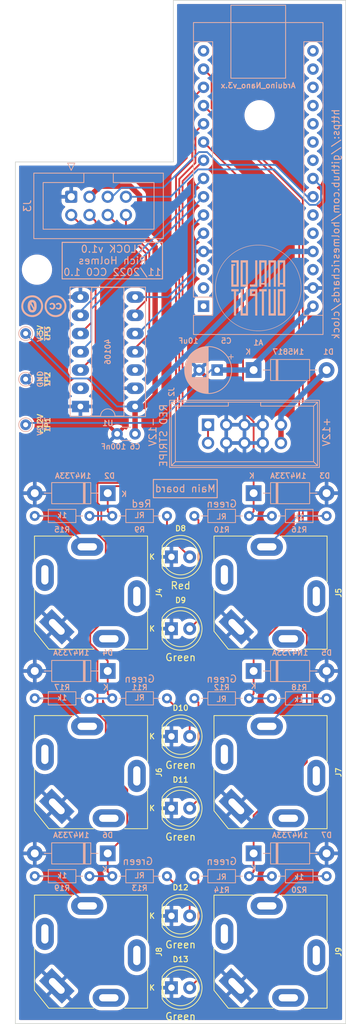
<source format=kicad_pcb>
(kicad_pcb (version 20211014) (generator pcbnew)
  (layers (0 "F.Cu" signal) (31 "B.Cu" signal) (34 "B.Paste" user) (35 "F.Paste" user) (36 "B.SilkS" user "B.Silkscreen") (37 "F.SilkS" user "F.Silkscreen") (38 "B.Mask" user) (39 "F.Mask" user) (44 "Edge.Cuts" user))
  (net 0 "")
  (net 1 "Board_0-+12V")
  (net 2 "Board_0-+5V")
  (net 3 "Board_0-/+12_IN")
  (net 4 "Board_0-/BEAT")
  (net 5 "Board_0-/BEAT_J")
  (net 6 "Board_0-/BEAT_L")
  (net 7 "Board_0-/CLK_J")
  (net 8 "Board_0-/CLK_L")
  (net 9 "Board_0-/CLOCK")
  (net 10 "Board_0-/DIV_2")
  (net 11 "Board_0-/DIV_2_J")
  (net 12 "Board_0-/DIV_2_L")
  (net 13 "Board_0-/DIV_4")
  (net 14 "Board_0-/DIV_4_J")
  (net 15 "Board_0-/DIV_4_L")
  (net 16 "Board_0-/DIV_8")
  (net 17 "Board_0-/DIV_8_J")
  (net 18 "Board_0-/DIV_8_L")
  (net 19 "Board_0-/DIV_N")
  (net 20 "Board_0-/DIV_N_J")
  (net 21 "Board_0-/DIV_N_L")
  (net 22 "Board_0-/ENC_A")
  (net 23 "Board_0-/ENC_A_JB")
  (net 24 "Board_0-/ENC_B")
  (net 25 "Board_0-/ENC_B_JB")
  (net 26 "Board_0-/ENC_PUSH")
  (net 27 "Board_0-/ENC_PUSH_JB")
  (net 28 "Board_0-/SCL")
  (net 29 "Board_0-/SDA")
  (net 30 "Board_0-/TACT")
  (net 31 "Board_0-/TACT_JB")
  (net 32 "Board_0-GND")
  (net 33 "Board_0-Net-(J2-Pad1)")
  (net 34 "Board_0-unconnected-(A1-Pad1)")
  (net 35 "Board_0-unconnected-(A1-Pad15)")
  (net 36 "Board_0-unconnected-(A1-Pad16)")
  (net 37 "Board_0-unconnected-(A1-Pad17)")
  (net 38 "Board_0-unconnected-(A1-Pad18)")
  (net 39 "Board_0-unconnected-(A1-Pad19)")
  (net 40 "Board_0-unconnected-(A1-Pad2)")
  (net 41 "Board_0-unconnected-(A1-Pad20)")
  (net 42 "Board_0-unconnected-(A1-Pad21)")
  (net 43 "Board_0-unconnected-(A1-Pad22)")
  (net 44 "Board_0-unconnected-(A1-Pad25)")
  (net 45 "Board_0-unconnected-(A1-Pad26)")
  (net 46 "Board_0-unconnected-(A1-Pad28)")
  (net 47 "Board_0-unconnected-(A1-Pad3)")
  (net 48 "Board_0-unconnected-(U1-Pad12)")
  (net 49 "Board_0-unconnected-(U1-Pad2)")
  (footprint "ao_tht:LED_D5.0mm" (layer "F.Cu") (at 36.725 152.5)
    (fp_text reference "D13" (at 1.27 -3.96 unlocked) (layer "F.SilkS") (effects (font (size 0.75 0.75))))
    (fp_text value "LED_green")
    (fp_text user "K" (at -2.7 0 unlocked) (layer "F.SilkS") (effects (font (size 0.75 0.75))))
    (pad "1" thru_hole rect locked (at 0 0) (size 1.8 1.8) (drill 0.9) (layers *.Cu *.Mask) (net 32 "Board_0-GND"))
    (pad "2" thru_hole circle locked (at 2.54 0) (size 1.8 1.8) (drill 0.9) (layers *.Cu *.Mask) (net 21 "Board_0-/DIV_N_L"))
  )
  (footprint "ao_tht:LED_D5.0mm" (layer "F.Cu") (at 36.725 142.5)
    (fp_text reference "D12" (at 1.27 -3.96 unlocked) (layer "F.SilkS") (effects (font (size 0.75 0.75))))
    (fp_text value "LED_green")
    (fp_text user "K" (at -2.7 0 unlocked) (layer "F.SilkS") (effects (font (size 0.75 0.75))))
    (pad "1" thru_hole rect locked (at 0 0) (size 1.8 1.8) (drill 0.9) (layers *.Cu *.Mask) (net 32 "Board_0-GND"))
    (pad "2" thru_hole circle locked (at 2.54 0) (size 1.8 1.8) (drill 0.9) (layers *.Cu *.Mask) (net 18 "Board_0-/DIV_8_L"))
  )
  (footprint "ao_tht:Jack_6.35mm_PJ_629HAN_slots" (layer "F.Cu") (at 50.5 147.5 -90)
    (fp_text reference "J9" (at 0 -9.5 90 unlocked) (layer "F.SilkS") (effects (font (size 0.75 0.75))))
    (fp_text value "AudioJack2")
    (pad "R" thru_hole oval (at 0.5 -6.4 270) (size 4.500001 2.5) (drill oval 2.7 1) (layers *.Cu *.Mask))
    (pad "RN" thru_hole oval (at 6.4 -2.5 270) (size 2.500001 4.500001) (drill oval 1 2.7) (layers *.Cu *.Mask))
    (pad "S" thru_hole rect (at 4.74 4.74 315) (size 4.500001 2.500001) (drill oval 2.7 1) (layers *.Cu *.Mask) (net 32 "Board_0-GND"))
    (pad "T" thru_hole oval (at -6.4 0.5 270) (size 2.5 4.5) (drill oval 1 2.7) (layers *.Cu *.Mask) (net 20 "Board_0-/DIV_N_J"))
    (pad "TN" thru_hole oval (at -2.5 6.4 270) (size 4.5 2.5) (drill oval 2.7 1) (layers *.Cu *.Mask))
  )
  (footprint "ao_tht:Jack_6.35mm_PJ_629HAN_slots" (layer "F.Cu") (at 25.5 97.5 -90)
    (fp_text reference "J4" (at 0 -9.5 90 unlocked) (layer "F.SilkS") (effects (font (size 0.75 0.75))))
    (fp_text value "AudioJack2")
    (pad "R" thru_hole oval (at 0.5 -6.4 270) (size 4.500001 2.5) (drill oval 2.7 1) (layers *.Cu *.Mask))
    (pad "RN" thru_hole oval (at 6.4 -2.5 270) (size 2.500001 4.500001) (drill oval 1 2.7) (layers *.Cu *.Mask))
    (pad "S" thru_hole rect (at 4.74 4.74 315) (size 4.500001 2.500001) (drill oval 2.7 1) (layers *.Cu *.Mask) (net 32 "Board_0-GND"))
    (pad "T" thru_hole oval (at -6.4 0.5 270) (size 2.5 4.5) (drill oval 1 2.7) (layers *.Cu *.Mask) (net 5 "Board_0-/BEAT_J"))
    (pad "TN" thru_hole oval (at -2.5 6.4 270) (size 4.5 2.5) (drill oval 2.7 1) (layers *.Cu *.Mask))
  )
  (footprint "ao_tht:Jack_6.35mm_PJ_629HAN_slots" (layer "F.Cu") (at 25.5 147.5 -90)
    (fp_text reference "J8" (at 0 -9.5 90 unlocked) (layer "F.SilkS") (effects (font (size 0.75 0.75))))
    (fp_text value "AudioJack2")
    (pad "R" thru_hole oval (at 0.5 -6.4 270) (size 4.500001 2.5) (drill oval 2.7 1) (layers *.Cu *.Mask))
    (pad "RN" thru_hole oval (at 6.4 -2.5 270) (size 2.500001 4.500001) (drill oval 1 2.7) (layers *.Cu *.Mask))
    (pad "S" thru_hole rect (at 4.74 4.74 315) (size 4.500001 2.500001) (drill oval 2.7 1) (layers *.Cu *.Mask) (net 32 "Board_0-GND"))
    (pad "T" thru_hole oval (at -6.4 0.5 270) (size 2.5 4.5) (drill oval 1 2.7) (layers *.Cu *.Mask) (net 17 "Board_0-/DIV_8_J"))
    (pad "TN" thru_hole oval (at -2.5 6.4 270) (size 4.5 2.5) (drill oval 2.7 1) (layers *.Cu *.Mask))
  )
  (footprint "ao_tht:LED_D5.0mm" (layer "F.Cu") (at 36.725 92.5)
    (fp_text reference "D8" (at 1.27 -3.96 unlocked) (layer "F.SilkS") (effects (font (size 0.75 0.75))))
    (fp_text value "LED_red")
    (fp_text user "K" (at -2.7 0 unlocked) (layer "F.SilkS") (effects (font (size 0.75 0.75))))
    (pad "1" thru_hole rect locked (at 0 0) (size 1.8 1.8) (drill 0.9) (layers *.Cu *.Mask) (net 32 "Board_0-GND"))
    (pad "2" thru_hole circle locked (at 2.54 0) (size 1.8 1.8) (drill 0.9) (layers *.Cu *.Mask) (net 6 "Board_0-/BEAT_L"))
  )
  (footprint "ao_tht:Jack_6.35mm_PJ_629HAN_slots" (layer "F.Cu") (at 50.5 97.5 -90)
    (fp_text reference "J5" (at 0 -9.5 90 unlocked) (layer "F.SilkS") (effects (font (size 0.75 0.75))))
    (fp_text value "AudioJack2")
    (pad "R" thru_hole oval (at 0.5 -6.4 270) (size 4.500001 2.5) (drill oval 2.7 1) (layers *.Cu *.Mask))
    (pad "RN" thru_hole oval (at 6.4 -2.5 270) (size 2.500001 4.500001) (drill oval 1 2.7) (layers *.Cu *.Mask))
    (pad "S" thru_hole rect (at 4.74 4.74 315) (size 4.500001 2.500001) (drill oval 2.7 1) (layers *.Cu *.Mask) (net 32 "Board_0-GND"))
    (pad "T" thru_hole oval (at -6.4 0.5 270) (size 2.5 4.5) (drill oval 1 2.7) (layers *.Cu *.Mask) (net 7 "Board_0-/CLK_J"))
    (pad "TN" thru_hole oval (at -2.5 6.4 270) (size 4.5 2.5) (drill oval 2.7 1) (layers *.Cu *.Mask))
  )
  (footprint "ao_tht:Jack_6.35mm_PJ_629HAN_slots" (layer "F.Cu") (at 25.5 122.5 -90)
    (fp_text reference "J6" (at 0 -9.5 90 unlocked) (layer "F.SilkS") (effects (font (size 0.75 0.75))))
    (fp_text value "AudioJack2")
    (pad "R" thru_hole oval (at 0.5 -6.4 270) (size 4.500001 2.5) (drill oval 2.7 1) (layers *.Cu *.Mask))
    (pad "RN" thru_hole oval (at 6.4 -2.5 270) (size 2.500001 4.500001) (drill oval 1 2.7) (layers *.Cu *.Mask))
    (pad "S" thru_hole rect (at 4.74 4.74 315) (size 4.500001 2.500001) (drill oval 2.7 1) (layers *.Cu *.Mask) (net 32 "Board_0-GND"))
    (pad "T" thru_hole oval (at -6.4 0.5 270) (size 2.5 4.5) (drill oval 1 2.7) (layers *.Cu *.Mask) (net 11 "Board_0-/DIV_2_J"))
    (pad "TN" thru_hole oval (at -2.5 6.4 270) (size 4.5 2.5) (drill oval 2.7 1) (layers *.Cu *.Mask))
  )
  (footprint "ao_tht:Jack_6.35mm_PJ_629HAN_slots" (layer "F.Cu") (at 50.5 122.5 -90)
    (fp_text reference "J7" (at 0 -9.5 90 unlocked) (layer "F.SilkS") (effects (font (size 0.75 0.75))))
    (fp_text value "AudioJack2")
    (pad "R" thru_hole oval (at 0.5 -6.4 270) (size 4.500001 2.5) (drill oval 2.7 1) (layers *.Cu *.Mask))
    (pad "RN" thru_hole oval (at 6.4 -2.5 270) (size 2.500001 4.500001) (drill oval 1 2.7) (layers *.Cu *.Mask))
    (pad "S" thru_hole rect (at 4.74 4.74 315) (size 4.500001 2.500001) (drill oval 2.7 1) (layers *.Cu *.Mask) (net 32 "Board_0-GND"))
    (pad "T" thru_hole oval (at -6.4 0.5 270) (size 2.5 4.5) (drill oval 1 2.7) (layers *.Cu *.Mask) (net 14 "Board_0-/DIV_4_J"))
    (pad "TN" thru_hole oval (at -2.5 6.4 270) (size 4.5 2.5) (drill oval 2.7 1) (layers *.Cu *.Mask))
  )
  (footprint "ao_tht:LED_D5.0mm" (layer "F.Cu") (at 36.725 117.5)
    (fp_text reference "D10" (at 1.27 -3.96 unlocked) (layer "F.SilkS") (effects (font (size 0.75 0.75))))
    (fp_text value "LED_green")
    (fp_text user "K" (at -2.7 0 unlocked) (layer "F.SilkS") (effects (font (size 0.75 0.75))))
    (pad "1" thru_hole rect locked (at 0 0) (size 1.8 1.8) (drill 0.9) (layers *.Cu *.Mask) (net 32 "Board_0-GND"))
    (pad "2" thru_hole circle locked (at 2.54 0) (size 1.8 1.8) (drill 0.9) (layers *.Cu *.Mask) (net 12 "Board_0-/DIV_2_L"))
  )
  (footprint "ao_tht:LED_D5.0mm" (layer "F.Cu") (at 36.725 102.5)
    (fp_text reference "D9" (at 1.27 -3.96 unlocked) (layer "F.SilkS") (effects (font (size 0.75 0.75))))
    (fp_text value "LED_green")
    (fp_text user "K" (at -2.7 0 unlocked) (layer "F.SilkS") (effects (font (size 0.75 0.75))))
    (pad "1" thru_hole rect locked (at 0 0) (size 1.8 1.8) (drill 0.9) (layers *.Cu *.Mask) (net 32 "Board_0-GND"))
    (pad "2" thru_hole circle locked (at 2.54 0) (size 1.8 1.8) (drill 0.9) (layers *.Cu *.Mask) (net 8 "Board_0-/CLK_L"))
  )
  (footprint "ao_tht:LED_D5.0mm" (layer "F.Cu") (at 36.725 127.5)
    (fp_text reference "D11" (at 1.27 -3.96 unlocked) (layer "F.SilkS") (effects (font (size 0.75 0.75))))
    (fp_text value "LED_green")
    (fp_text user "K" (at -2.7 0 unlocked) (layer "F.SilkS") (effects (font (size 0.75 0.75))))
    (pad "1" thru_hole rect locked (at 0 0) (size 1.8 1.8) (drill 0.9) (layers *.Cu *.Mask) (net 32 "Board_0-GND"))
    (pad "2" thru_hole circle locked (at 2.54 0) (size 1.8 1.8) (drill 0.9) (layers *.Cu *.Mask) (net 15 "Board_0-/DIV_4_L"))
  )
  (footprint "ao_tht:R_Axial_DIN0204_L3.6mm_D1.6mm_P7.62mm_Horizontal" (layer "B.Cu") (at 39.915 112.2)
    (fp_text reference "R12" (at 3.81 -1.524 unlocked) (layer "B.SilkS") (effects (font (size 0.75 0.75)) (justify mirror)))
    (fp_text value "RL")
    (fp_text user "${VALUE}" (at 3.8 0.1 unlocked) (layer "B.SilkS") (effects (font (size 0.75 0.75)) (justify mirror)))
    (pad "1" thru_hole circle (at 0 0) (size 1.4 1.4) (drill 0.7) (layers *.Cu *.Mask) (net 15 "Board_0-/DIV_4_L"))
    (pad "2" thru_hole oval (at 7.62 0) (size 1.4 1.4) (drill 0.7) (layers *.Cu *.Mask) (net 13 "Board_0-/DIV_4"))
  )
  (footprint "ao_tht:R_Axial_DIN0204_L3.6mm_D1.6mm_P7.62mm_Horizontal" (layer "B.Cu") (at 36.105 86.8 180)
    (fp_text reference "R9" (at 3.81 -1.905 unlocked) (layer "B.SilkS") (effects (font (size 0.75 0.75)) (justify mirror)))
    (fp_text value "RL")
    (fp_text user "${VALUE}" (at 3.8 0.1 unlocked) (layer "B.SilkS") (effects (font (size 0.75 0.75)) (justify mirror)))
    (pad "1" thru_hole circle (at 0 0 180) (size 1.4 1.4) (drill 0.7) (layers *.Cu *.Mask) (net 6 "Board_0-/BEAT_L"))
    (pad "2" thru_hole oval (at 7.62 0 180) (size 1.4 1.4) (drill 0.7) (layers *.Cu *.Mask) (net 4 "Board_0-/BEAT"))
  )
  (footprint "ao_tht:TestPoint_THTPad_D1.5mm_Drill0.7mm" (layer "B.Cu") (at 16.42 74.1 90)
    (fp_text reference "TP1" (at 0 3.048 90 unlocked) (layer "B.SilkS") (effects (font (size 0.75 0.75)) (justify mirror)))
    (fp_text value "+12V")
    (fp_text user "${VALUE}" (at 0 2.032 90 unlocked) (layer "B.SilkS") (effects (font (size 0.75 0.75)) (justify mirror)))
    (fp_text user "${REFERENCE}" (at 0 3.048 90 unlocked) (layer "F.SilkS") (effects (font (size 0.75 0.75))))
    (fp_text user "${VALUE}" (at 0 2.032 90 unlocked) (layer "F.SilkS") (effects (font (size 0.75 0.75))))
    (pad "1" thru_hole circle locked (at 0 0 90) (size 1.5 1.5) (drill 0.7) (layers *.Cu *.Mask) (net 1 "Board_0-+12V"))
  )
  (footprint "ao_tht:TestPoint_THTPad_D1.5mm_Drill0.7mm" (layer "B.Cu") (at 16.42 67.75 90)
    (fp_text reference "TP2" (at 0 3.048 90 unlocked) (layer "B.SilkS") (effects (font (size 0.75 0.75)) (justify mirror)))
    (fp_text value "GND")
    (fp_text user "${VALUE}" (at 0 2.032 90 unlocked) (layer "B.SilkS") (effects (font (size 0.75 0.75)) (justify mirror)))
    (fp_text user "${REFERENCE}" (at 0 3.048 90 unlocked) (layer "F.SilkS") (effects (font (size 0.75 0.75))))
    (fp_text user "${VALUE}" (at 0 2.032 90 unlocked) (layer "F.SilkS") (effects (font (size 0.75 0.75))))
    (pad "1" thru_hole circle locked (at 0 0 90) (size 1.5 1.5) (drill 0.7) (layers *.Cu *.Mask) (net 32 "Board_0-GND"))
  )
  (footprint "ao_tht:R_Axial_DIN0204_L3.6mm_D1.6mm_P7.62mm_Horizontal" (layer "B.Cu") (at 39.915 136.965)
    (fp_text reference "R14" (at 3.81 1.92 unlocked) (layer "B.SilkS") (effects (font (size 0.75 0.75)) (justify mirror)))
    (fp_text value "RL")
    (fp_text user "${VALUE}" (at 3.8 0.1 unlocked) (layer "B.SilkS") (effects (font (size 0.75 0.75)) (justify mirror)))
    (pad "1" thru_hole circle (at 0 0) (size 1.4 1.4) (drill 0.7) (layers *.Cu *.Mask) (net 21 "Board_0-/DIV_N_L"))
    (pad "2" thru_hole oval (at 7.62 0) (size 1.4 1.4) (drill 0.7) (layers *.Cu *.Mask) (net 19 "Board_0-/DIV_N"))
  )
  (footprint "ao_tht:CC0_logo" (layer "B.Cu") (at 18.97 57.59 180)
    (fp_text reference "GRAF2" hide)
    (fp_text value "CC0 logo" hide)
  )
  (footprint "ao_tht:D_DO-41_SOD81_P10.16mm_Horizontal" (layer "B.Cu") (at 48.17 66.48)
    (fp_text reference "D1" (at 10.414 -2.54 unlocked) (layer "B.SilkS") (effects (font (size 0.75 0.75)) (justify mirror)))
    (fp_text value "1N5817")
    (fp_text user "${VALUE}" (at 4.826 -2.54 unlocked) (layer "B.SilkS") (effects (font (size 0.75 0.75)) (justify mirror)))
    (fp_text user "K" (at -0.762 -2.54 unlocked) (layer "B.SilkS") (effects (font (size 0.75 0.75)) (justify mirror)))
    (pad "1" thru_hole rect locked (at 0 0) (size 2.2 2.2) (drill 1.1) (layers *.Cu *.Mask) (net 1 "Board_0-+12V"))
    (pad "2" thru_hole oval locked (at 10.16 0) (size 2.2 2.2) (drill 1.1) (layers *.Cu *.Mask) (net 3 "Board_0-/+12_IN"))
  )
  (footprint "ao_tht:D_DO-41_SOD81_P10.16mm_Horizontal" (layer "B.Cu") (at 27.85 133.79 180)
    (fp_text reference "D6" (at 0 2.54 unlocked) (layer "B.SilkS") (effects (font (size 0.75 0.75)) (justify mirror)))
    (fp_text value "1N4733A")
    (fp_text user "${VALUE}" (at 5.08 2.54 unlocked) (layer "B.SilkS") (effects (font (size 0.75 0.75)) (justify mirror)))
    (fp_text user "K" (at 0.4064 -2.2352 unlocked) (layer "B.SilkS") (effects (font (size 0.75 0.75)) (justify mirror)))
    (pad "1" thru_hole rect locked (at 0 0 180) (size 2.2 2.2) (drill 1.1) (layers *.Cu *.Mask) (net 16 "Board_0-/DIV_8"))
    (pad "2" thru_hole oval locked (at 10.16 0 180) (size 2.2 2.2) (drill 1.1) (layers *.Cu *.Mask) (net 32 "Board_0-GND"))
  )
  (footprint "ao_tht:R_Axial_DIN0204_L3.6mm_D1.6mm_P7.62mm_Horizontal" (layer "B.Cu") (at 36.105 136.965 180)
    (fp_text reference "R13" (at 3.81 -1.651 unlocked) (layer "B.SilkS") (effects (font (size 0.75 0.75)) (justify mirror)))
    (fp_text value "RL")
    (fp_text user "${VALUE}" (at 3.8 0.1 unlocked) (layer "B.SilkS") (effects (font (size 0.75 0.75)) (justify mirror)))
    (pad "1" thru_hole circle (at 0 0 180) (size 1.4 1.4) (drill 0.7) (layers *.Cu *.Mask) (net 18 "Board_0-/DIV_8_L"))
    (pad "2" thru_hole oval (at 7.62 0 180) (size 1.4 1.4) (drill 0.7) (layers *.Cu *.Mask) (net 16 "Board_0-/DIV_8"))
  )
  (footprint "ao_tht:MountingHole_3.2mm_M3" (layer "B.Cu") (at 18 52.5)
    (fp_text reference "H4" hide)
    (fp_text value "MountingHole")
    (pad "" np_thru_hole circle locked (at 0 0) (size 3.2 3.2) (drill 3.2) (layers *.Cu *.Mask))
  )
  (footprint "Connector_IDC:IDC-Header_2x04_P2.54mm_Vertical" (layer "B.Cu") (at 22.77 42.35 -90)
    (fp_text reference "J3" (at 1.27 6.1 90 unlocked) (layer "B.SilkS") (effects (justify mirror)))
    (fp_text value "Conn_02x04_Odd_Even")
    (pad "1" thru_hole roundrect (at 0 0 270) (size 1.7 1.7) (drill 1) (layers *.Cu *.Mask) (roundrect_rratio 0.147059) (net 32 "Board_0-GND"))
    (pad "2" thru_hole circle (at 2.54 0 270) (size 1.7 1.7) (drill 1) (layers *.Cu *.Mask) (net 31 "Board_0-/TACT_JB"))
    (pad "3" thru_hole circle (at 0 -2.54 270) (size 1.7 1.7) (drill 1) (layers *.Cu *.Mask) (net 2 "Board_0-+5V"))
    (pad "4" thru_hole circle (at 2.54 -2.54 270) (size 1.7 1.7) (drill 1) (layers *.Cu *.Mask) (net 27 "Board_0-/ENC_PUSH_JB"))
    (pad "5" thru_hole circle (at 0 -5.08 270) (size 1.7 1.7) (drill 1) (layers *.Cu *.Mask) (net 28 "Board_0-/SCL"))
    (pad "6" thru_hole circle (at 2.54 -5.08 270) (size 1.7 1.7) (drill 1) (layers *.Cu *.Mask) (net 25 "Board_0-/ENC_B_JB"))
    (pad "7" thru_hole circle (at 0 -7.62 270) (size 1.7 1.7) (drill 1) (layers *.Cu *.Mask) (net 29 "Board_0-/SDA"))
    (pad "8" thru_hole circle (at 2.54 -7.62 270) (size 1.7 1.7) (drill 1) (layers *.Cu *.Mask) (net 23 "Board_0-/ENC_A_JB"))
  )
  (footprint "ao_tht:Power_Header" (layer "B.Cu") (at 41.82 74.1 -90)
    (fp_text reference "J2" (at -4.572 5.08 90 unlocked) (layer "B.SilkS") (effects (font (size 0.75 0.75)) (justify mirror)))
    (fp_text value "Synth_power_2x5")
    (fp_text user "-12V" (at 1 7.7 90 unlocked) (layer "B.SilkS") (effects (justify mirror)))
    (fp_text user "+12V" (at 1 -16.5 90 unlocked) (layer "B.SilkS") (effects (justify mirror)))
    (fp_text user "RED STRIPE" (at 1.5 6.2 90 unlocked) (layer "B.SilkS") (effects (justify mirror)))
    (pad "1" thru_hole rect (at 0 0 270) (size 1.7272 1.7272) (drill 1.016) (layers *.Cu *.Mask) (net 33 "Board_0-Net-(J2-Pad1)"))
    (pad "2" thru_hole oval (at 2.54 0 270) (size 1.7272 1.7272) (drill 1.016) (layers *.Cu *.Mask) (net 33 "Board_0-Net-(J2-Pad1)"))
    (pad "3" thru_hole oval (at 0 -2.54 270) (size 1.7272 1.7272) (drill 1.016) (layers *.Cu *.Mask) (net 32 "Board_0-GND"))
    (pad "4" thru_hole oval (at 2.54 -2.54 270) (size 1.7272 1.7272) (drill 1.016) (layers *.Cu *.Mask) (net 32 "Board_0-GND"))
    (pad "5" thru_hole oval (at 0 -5.08 270) (size 1.7272 1.7272) (drill 1.016) (layers *.Cu *.Mask) (net 32 "Board_0-GND"))
    (pad "6" thru_hole oval (at 2.54 -5.08 270) (size 1.7272 1.7272) (drill 1.016) (layers *.Cu *.Mask) (net 32 "Board_0-GND"))
    (pad "7" thru_hole oval (at 0 -7.62 270) (size 1.7272 1.7272) (drill 1.016) (layers *.Cu *.Mask) (net 32 "Board_0-GND"))
    (pad "8" thru_hole oval (at 2.54 -7.62 270) (size 1.7272 1.7272) (drill 1.016) (layers *.Cu *.Mask) (net 32 "Board_0-GND"))
    (pad "9" thru_hole oval (at 0 -10.16 270) (size 1.7272 1.7272) (drill 1.016) (layers *.Cu *.Mask) (net 3 "Board_0-/+12_IN"))
    (pad "10" thru_hole oval (at 2.54 -10.16 270) (size 1.7272 1.7272) (drill 1.016) (layers *.Cu *.Mask) (net 3 "Board_0-/+12_IN"))
  )
  (footprint "ao_tht:R_Axial_DIN0204_L3.6mm_D1.6mm_P7.62mm_Horizontal" (layer "B.Cu") (at 25.31 136.965 180)
    (fp_text reference "R19" (at 3.81 -1.651 unlocked) (layer "B.SilkS") (effects (font (size 0.75 0.75)) (justify mirror)))
    (fp_text value "1k")
    (fp_text user "${VALUE}" (at 3.8 0.1 unlocked) (layer "B.SilkS") (effects (font (size 0.75 0.75)) (justify mirror)))
    (pad "1" thru_hole circle (at 0 0 180) (size 1.4 1.4) (drill 0.7) (layers *.Cu *.Mask) (net 16 "Board_0-/DIV_8"))
    (pad "2" thru_hole oval (at 7.62 0 180) (size 1.4 1.4) (drill 0.7) (layers *.Cu *.Mask) (net 17 "Board_0-/DIV_8_J"))
  )
  (footprint "ao_tht:Arduino_Nano" (layer "B.Cu") (at 41.195 57.59)
    (fp_text reference "A1" (at 7.62 5.08 unlocked) (layer "B.SilkS") (effects (font (size 0.75 0.75)) (justify mirror)))
    (fp_text value "Arduino_Nano_v3.x")
    (fp_text user "${VALUE}" (at 7.61 -30.734 unlocked) (layer "B.SilkS") (effects (font (size 0.75 0.75)) (justify mirror)))
    (pad "1" thru_hole rect locked (at 0 0) (size 1.6 1.6) (drill 0.8) (layers *.Cu *.Mask) (net 34 "Board_0-unconnected-(A1-Pad1)"))
    (pad "2" thru_hole oval locked (at 0 -2.54) (size 1.6 1.6) (drill 0.8) (layers *.Cu *.Mask) (net 40 "Board_0-unconnected-(A1-Pad2)"))
    (pad "3" thru_hole oval locked (at 0 -5.08) (size 1.6 1.6) (drill 0.8) (layers *.Cu *.Mask) (net 47 "Board_0-unconnected-(A1-Pad3)"))
    (pad "4" thru_hole oval locked (at 0 -7.62) (size 1.6 1.6) (drill 0.8) (layers *.Cu *.Mask) (net 32 "Board_0-GND"))
    (pad "5" thru_hole oval locked (at 0 -10.16) (size 1.6 1.6) (drill 0.8) (layers *.Cu *.Mask) (net 22 "Board_0-/ENC_A"))
    (pad "6" thru_hole oval locked (at 0 -12.7) (size 1.6 1.6) (drill 0.8) (layers *.Cu *.Mask) (net 24 "Board_0-/ENC_B"))
    (pad "7" thru_hole oval locked (at 0 -15.24) (size 1.6 1.6) (drill 0.8) (layers *.Cu *.Mask) (net 26 "Board_0-/ENC_PUSH"))
    (pad "8" thru_hole oval locked (at 0 -17.78) (size 1.6 1.6) (drill 0.8) (layers *.Cu *.Mask) (net 30 "Board_0-/TACT"))
    (pad "9" thru_hole oval locked (at 0 -20.32) (size 1.6 1.6) (drill 0.8) (layers *.Cu *.Mask) (net 4 "Board_0-/BEAT"))
    (pad "10" thru_hole oval locked (at 0 -22.86) (size 1.6 1.6) (drill 0.8) (layers *.Cu *.Mask) (net 9 "Board_0-/CLOCK"))
    (pad "11" thru_hole oval locked (at 0 -25.4) (size 1.6 1.6) (drill 0.8) (layers *.Cu *.Mask) (net 10 "Board_0-/DIV_2"))
    (pad "12" thru_hole oval locked (at 0 -27.94) (size 1.6 1.6) (drill 0.8) (layers *.Cu *.Mask) (net 13 "Board_0-/DIV_4"))
    (pad "13" thru_hole oval locked (at 0 -30.48) (size 1.6 1.6) (drill 0.8) (layers *.Cu *.Mask) (net 16 "Board_0-/DIV_8"))
    (pad "14" thru_hole oval locked (at 0 -33.02) (size 1.6 1.6) (drill 0.8) (layers *.Cu *.Mask) (net 19 "Board_0-/DIV_N"))
    (pad "15" thru_hole oval locked (at 0 -35.56) (size 1.6 1.6) (drill 0.8) (layers *.Cu *.Mask) (net 35 "Board_0-unconnected-(A1-Pad15)"))
    (pad "16" thru_hole oval locked (at 15.24 -35.56) (size 1.6 1.6) (drill 0.8) (layers *.Cu *.Mask) (net 36 "Board_0-unconnected-(A1-Pad16)"))
    (pad "17" thru_hole oval locked (at 15.24 -33.02) (size 1.6 1.6) (drill 0.8) (layers *.Cu *.Mask) (net 37 "Board_0-unconnected-(A1-Pad17)"))
    (pad "18" thru_hole oval locked (at 15.24 -30.48) (size 1.6 1.6) (drill 0.8) (layers *.Cu *.Mask) (net 38 "Board_0-unconnected-(A1-Pad18)"))
    (pad "19" thru_hole oval locked (at 15.24 -27.94) (size 1.6 1.6) (drill 0.8) (layers *.Cu *.Mask) (net 39 "Board_0-unconnected-(A1-Pad19)"))
    (pad "20" thru_hole oval locked (at 15.24 -25.4) (size 1.6 1.6) (drill 0.8) (layers *.Cu *.Mask) (net 41 "Board_0-unconnected-(A1-Pad20)"))
    (pad "21" thru_hole oval locked (at 15.24 -22.86) (size 1.6 1.6) (drill 0.8) (layers *.Cu *.Mask) (net 42 "Board_0-unconnected-(A1-Pad21)"))
    (pad "22" thru_hole oval locked (at 15.24 -20.32) (size 1.6 1.6) (drill 0.8) (layers *.Cu *.Mask) (net 43 "Board_0-unconnected-(A1-Pad22)"))
    (pad "23" thru_hole oval locked (at 15.24 -17.78) (size 1.6 1.6) (drill 0.8) (layers *.Cu *.Mask) (net 29 "Board_0-/SDA"))
    (pad "24" thru_hole oval locked (at 15.24 -15.24) (size 1.6 1.6) (drill 0.8) (layers *.Cu *.Mask) (net 28 "Board_0-/SCL"))
    (pad "25" thru_hole oval locked (at 15.24 -12.7) (size 1.6 1.6) (drill 0.8) (layers *.Cu *.Mask) (net 44 "Board_0-unconnected-(A1-Pad25)"))
    (pad "26" thru_hole oval locked (at 15.24 -10.16) (size 1.6 1.6) (drill 0.8) (layers *.Cu *.Mask) (net 45 "Board_0-unconnected-(A1-Pad26)"))
    (pad "27" thru_hole oval locked (at 15.24 -7.62) (size 1.6 1.6) (drill 0.8) (layers *.Cu *.Mask) (net 2 "Board_0-+5V"))
    (pad "28" thru_hole oval locked (at 15.24 -5.08) (size 1.6 1.6) (drill 0.8) (layers *.Cu *.Mask) (net 46 "Board_0-unconnected-(A1-Pad28)"))
    (pad "29" thru_hole oval locked (at 15.24 -2.54) (size 1.6 1.6) (drill 0.8) (layers *.Cu *.Mask) (net 32 "Board_0-GND"))
    (pad "30" thru_hole oval locked (at 15.24 0) (size 1.6 1.6) (drill 0.8) (layers *.Cu *.Mask) (net 1 "Board_0-+12V"))
  )
  (footprint "ao_tht:D_DO-41_SOD81_P10.16mm_Horizontal" (layer "B.Cu") (at 27.85 108.39 180)
    (fp_text reference "D4" (at 0 2.54 unlocked) (layer "B.SilkS") (effects (font (size 0.75 0.75)) (justify mirror)))
    (fp_text value "1N4733A")
    (fp_text user "${VALUE}" (at 5.08 2.54 unlocked) (layer "B.SilkS") (effects (font (size 0.75 0.75)) (justify mirror)))
    (fp_text user "K" (at 0.254 -2.286 unlocked) (layer "B.SilkS") (effects (font (size 0.75 0.75)) (justify mirror)))
    (pad "1" thru_hole rect locked (at 0 0 180) (size 2.2 2.2) (drill 1.1) (layers *.Cu *.Mask) (net 10 "Board_0-/DIV_2"))
    (pad "2" thru_hole oval locked (at 10.16 0 180) (size 2.2 2.2) (drill 1.1) (layers *.Cu *.Mask) (net 32 "Board_0-GND"))
  )
  (footprint "ao_tht:analogoutput_12mm" (layer "B.Cu") (at 48.815 55.05 180)
    (fp_text reference "GRAF3" hide)
    (fp_text value "AO logo" hide)
  )
  (footprint "ao_tht:TestPoint_THTPad_D1.5mm_Drill0.7mm" (layer "B.Cu") (at 16.42 61.4 90)
    (fp_text reference "TP3" (at 0 3.048 90 unlocked) (layer "B.SilkS") (effects (font (size 0.75 0.75)) (justify mirror)))
    (fp_text value "+5V")
    (fp_text user "${VALUE}" (at 0 2.032 90 unlocked) (layer "B.SilkS") (effects (font (size 0.75 0.75)) (justify mirror)))
    (fp_text user "${VALUE}" (at 0 2.032 90 unlocked) (layer "F.SilkS") (effects (font (size 0.75 0.75))))
    (fp_text user "${REFERENCE}" (at 0 3.048 90 unlocked) (layer "F.SilkS") (effects (font (size 0.75 0.75))))
    (pad "1" thru_hole circle locked (at 0 0 90) (size 1.5 1.5) (drill 0.7) (layers *.Cu *.Mask) (net 2 "Board_0-+5V"))
  )
  (footprint "ao_tht:R_Axial_DIN0204_L3.6mm_D1.6mm_P7.62mm_Horizontal" (layer "B.Cu") (at 50.71 86.8)
    (fp_text reference "R16" (at 3.81 1.905 unlocked) (layer "B.SilkS") (effects (font (size 0.75 0.75)) (justify mirror)))
    (fp_text value "1k")
    (fp_text user "${VALUE}" (at 3.8 0.1 unlocked) (layer "B.SilkS") (effects (font (size 0.75 0.75)) (justify mirror)))
    (pad "1" thru_hole circle (at 0 0) (size 1.4 1.4) (drill 0.7) (layers *.Cu *.Mask) (net 9 "Board_0-/CLOCK"))
    (pad "2" thru_hole oval (at 7.62 0) (size 1.4 1.4) (drill 0.7) (layers *.Cu *.Mask) (net 7 "Board_0-/CLK_J"))
  )
  (footprint "ao_tht:C_Disc_D3.0mm_W1.6mm_P2.50mm" (layer "B.Cu") (at 31.66 75.37 180)
    (fp_text reference "C6" (at 0 -1.778 unlocked) (layer "B.SilkS") (effects (font (size 0.75 0.75)) (justify mirror)))
    (fp_text value "100nF")
    (fp_text user "${VALUE}" (at 3 -1.778 unlocked) (layer "B.SilkS") (effects (font (size 0.75 0.75)) (justify mirror)))
    (pad "1" thru_hole circle (at 0 0 180) (size 1.6 1.6) (drill 0.8) (layers *.Cu *.Mask) (net 2 "Board_0-+5V"))
    (pad "2" thru_hole circle (at 2.5 0 180) (size 1.6 1.6) (drill 0.8) (layers *.Cu *.Mask) (net 32 "Board_0-GND"))
  )
  (footprint "ao_tht:D_DO-41_SOD81_P10.16mm_Horizontal" (layer "B.Cu") (at 27.85 83.625 180)
    (fp_text reference "D2" (at -0.254 2.413 unlocked) (layer "B.SilkS") (effects (font (size 0.75 0.75)) (justify mirror)))
    (fp_text value "1N4733A")
    (fp_text user "K" (at -2.286 -0.127 unlocked) (layer "B.SilkS") (effects (font (size 0.75 0.75)) (justify mirror)))
    (fp_text user "${VALUE}" (at 4.826 2.413 unlocked) (layer "B.SilkS") (effects (font (size 0.75 0.75)) (justify mirror)))
    (pad "1" thru_hole rect locked (at 0 0 180) (size 2.2 2.2) (drill 1.1) (layers *.Cu *.Mask) (net 4 "Board_0-/BEAT"))
    (pad "2" thru_hole oval locked (at 10.16 0 180) (size 2.2 2.2) (drill 1.1) (layers *.Cu *.Mask) (net 32 "Board_0-GND"))
  )
  (footprint "ao_tht:R_Axial_DIN0204_L3.6mm_D1.6mm_P7.62mm_Horizontal" (layer "B.Cu") (at 50.71 136.965)
    (fp_text reference "R20" (at 3.81 1.92 unlocked) (layer "B.SilkS") (effects (font (size 0.75 0.75)) (justify mirror)))
    (fp_text value "1k")
    (fp_text user "${VALUE}" (at 3.8 0.1 unlocked) (layer "B.SilkS") (effects (font (size 0.75 0.75)) (justify mirror)))
    (pad "1" thru_hole circle (at 0 0) (size 1.4 1.4) (drill 0.7) (layers *.Cu *.Mask) (net 19 "Board_0-/DIV_N"))
    (pad "2" thru_hole oval (at 7.62 0) (size 1.4 1.4) (drill 0.7) (layers *.Cu *.Mask) (net 20 "Board_0-/DIV_N_J"))
  )
  (footprint "ao_tht:R_Axial_DIN0204_L3.6mm_D1.6mm_P7.62mm_Horizontal" (layer "B.Cu") (at 50.71 112.2)
    (fp_text reference "R18" (at 3.81 -1.524 unlocked) (layer "B.SilkS") (effects (font (size 0.75 0.75)) (justify mirror)))
    (fp_text value "1k")
    (fp_text user "${VALUE}" (at 3.8 0.1 unlocked) (layer "B.SilkS") (effects (font (size 0.75 0.75)) (justify mirror)))
    (pad "1" thru_hole circle (at 0 0) (size 1.4 1.4) (drill 0.7) (layers *.Cu *.Mask) (net 13 "Board_0-/DIV_4"))
    (pad "2" thru_hole oval (at 7.62 0) (size 1.4 1.4) (drill 0.7) (layers *.Cu *.Mask) (net 14 "Board_0-/DIV_4_J"))
  )
  (footprint "ao_tht:D_DO-41_SOD81_P10.16mm_Horizontal" (layer "B.Cu") (at 48.17 83.625)
    (fp_text reference "D3" (at 9.906 -2.413 unlocked) (layer "B.SilkS") (effects (font (size 0.75 0.75)) (justify mirror)))
    (fp_text value "1N4733A")
    (fp_text user "${VALUE}" (at 4.826 -2.413 unlocked) (layer "B.SilkS") (effects (font (size 0.75 0.75)) (justify mirror)))
    (fp_text user "K" (at -0.254 -2.413 unlocked) (layer "B.SilkS") (effects (font (size 0.75 0.75)) (justify mirror)))
    (pad "1" thru_hole rect locked (at 0 0) (size 2.2 2.2) (drill 1.1) (layers *.Cu *.Mask) (net 9 "Board_0-/CLOCK"))
    (pad "2" thru_hole oval locked (at 10.16 0) (size 2.2 2.2) (drill 1.1) (layers *.Cu *.Mask) (net 32 "Board_0-GND"))
  )
  (footprint "ao_tht:D_DO-41_SOD81_P10.16mm_Horizontal" (layer "B.Cu") (at 48.17 108.39)
    (fp_text reference "D5" (at 10.16 -2.54 unlocked) (layer "B.SilkS") (effects (font (size 0.75 0.75)) (justify mirror)))
    (fp_text value "1N4733A")
    (fp_text user "${VALUE}" (at 5.08 -2.54 unlocked) (layer "B.SilkS") (effects (font (size 0.75 0.75)) (justify mirror)))
    (fp_text user "K" (at 0 2.1 unlocked) (layer "B.SilkS") (effects (font (size 0.75 0.75)) (justify mirror)))
    (pad "1" thru_hole rect locked (at 0 0) (size 2.2 2.2) (drill 1.1) (layers *.Cu *.Mask) (net 13 "Board_0-/DIV_4"))
    (pad "2" thru_hole oval locked (at 10.16 0) (size 2.2 2.2) (drill 1.1) (layers *.Cu *.Mask) (net 32 "Board_0-GND"))
  )
  (footprint "ao_tht:R_Axial_DIN0204_L3.6mm_D1.6mm_P7.62mm_Horizontal" (layer "B.Cu") (at 25.31 112.2 180)
    (fp_text reference "R17" (at 3.81 1.524 unlocked) (layer "B.SilkS") (effects (font (size 0.75 0.75)) (justify mirror)))
    (fp_text value "1k")
    (fp_text user "${VALUE}" (at 3.8 0.1 unlocked) (layer "B.SilkS") (effects (font (size 0.75 0.75)) (justify mirror)))
    (pad "1" thru_hole circle (at 0 0 180) (size 1.4 1.4) (drill 0.7) (layers *.Cu *.Mask) (net 10 "Board_0-/DIV_2"))
    (pad "2" thru_hole oval (at 7.62 0 180) (size 1.4 1.4) (drill 0.7) (layers *.Cu *.Mask) (net 11 "Board_0-/DIV_2_J"))
  )
  (footprint "ao_tht:R_Axial_DIN0204_L3.6mm_D1.6mm_P7.62mm_Horizontal" (layer "B.Cu") (at 36.105 112.2 180)
    (fp_text reference "R11" (at 3.81 1.524 unlocked) (layer "B.SilkS") (effects (font (size 0.75 0.75)) (justify mirror)))
    (fp_text value "RL")
    (fp_text user "${VALUE}" (at 3.8 0.1 unlocked) (layer "B.SilkS") (effects (font (size 0.75 0.75)) (justify mirror)))
    (pad "1" thru_hole circle (at 0 0 180) (size 1.4 1.4) (drill 0.7) (layers *.Cu *.Mask) (net 12 "Board_0-/DIV_2_L"))
    (pad "2" thru_hole oval (at 7.62 0 180) (size 1.4 1.4) (drill 0.7) (layers *.Cu *.Mask) (net 10 "Board_0-/DIV_2"))
  )
  (footprint "ao_tht:CP_Radial_D6.3mm_P2.50mm" (layer "B.Cu") (at 43.09 66.48 180)
    (fp_text reference "C5" (at -1.27 4.064 unlocked) (layer "B.SilkS") (effects (font (size 0.75 0.75)) (justify mirror)))
    (fp_text value "10uF")
    (fp_text user "${VALUE}" (at 4 4.064 unlocked) (layer "B.SilkS") (effects (font (size 0.75 0.75)) (justify mirror)))
    (pad "1" thru_hole rect locked (at 0 0 180) (size 1.6 1.6) (drill 0.8) (layers *.Cu *.Mask) (net 1 "Board_0-+12V"))
    (pad "2" thru_hole circle locked (at 2.5 0 180) (size 1.6 1.6) (drill 0.8) (layers *.Cu *.Mask) (net 32 "Board_0-GND"))
  )
  (footprint "ao_tht:MountingHole_3.2mm_M3" (layer "B.Cu") (at 49 31)
    (fp_text reference "H3" hide)
    (fp_text value "MountingHole")
    (pad "" np_thru_hole circle (at 0 0) (size 3.2 3.2) (drill 3.2) (layers *.Cu *.Mask))
  )
  (footprint "ao_tht:R_Axial_DIN0204_L3.6mm_D1.6mm_P7.62mm_Horizontal" (layer "B.Cu") (at 25.31 86.8 180)
    (fp_text reference "R15" (at 3.81 -1.905 unlocked) (layer "B.SilkS") (effects (font (size 0.75 0.75)) (justify mirror)))
    (fp_text value "1k")
    (fp_text user "${VALUE}" (at 3.8 0.1 unlocked) (layer "B.SilkS") (effects (font (size 0.75 0.75)) (justify mirror)))
    (pad "1" thru_hole circle (at 0 0 180) (size 1.4 1.4) (drill 0.7) (layers *.Cu *.Mask) (net 4 "Board_0-/BEAT"))
    (pad "2" thru_hole oval (at 7.62 0 180) (size 1.4 1.4) (drill 0.7) (layers *.Cu *.Mask) (net 5 "Board_0-/BEAT_J"))
  )
  (footprint "ao_tht:R_Axial_DIN0204_L3.6mm_D1.6mm_P7.62mm_Horizontal" (layer "B.Cu") (at 39.915 86.8)
    (fp_text reference "R10" (at 3.81 1.905 unlocked) (layer "B.SilkS") (effects (font (size 0.75 0.75)) (justify mirror)))
    (fp_text value "RL")
    (fp_text user "${VALUE}" (at 3.8 0.1 unlocked) (layer "B.SilkS") (effects (font (size 0.75 0.75)) (justify mirror)))
    (pad "1" thru_hole circle (at 0 0) (size 1.4 1.4) (drill 0.7) (layers *.Cu *.Mask) (net 8 "Board_0-/CLK_L"))
    (pad "2" thru_hole oval (at 7.62 0) (size 1.4 1.4) (drill 0.7) (layers *.Cu *.Mask) (net 9 "Board_0-/CLOCK"))
  )
  (footprint "ao_tht:D_DO-41_SOD81_P10.16mm_Horizontal" (layer "B.Cu") (at 48.17 133.79)
    (fp_text reference "D7" (at 10.16 -2.54 unlocked) (layer "B.SilkS") (effects (font (size 0.75 0.75)) (justify mirror)))
    (fp_text value "1N4733A")
    (fp_text user "K" (at 0 2.1 unlocked) (layer "B.SilkS") (effects (font (size 0.75 0.75)) (justify mirror)))
    (fp_text user "${VALUE}" (at 5.08 -2.54 unlocked) (layer "B.SilkS") (effects (font (size 0.75 0.75)) (justify mirror)))
    (pad "1" thru_hole rect locked (at 0 0) (size 2.2 2.2) (drill 1.1) (layers *.Cu *.Mask) (net 19 "Board_0-/DIV_N"))
    (pad "2" thru_hole oval locked (at 10.16 0) (size 2.2 2.2) (drill 1.1) (layers *.Cu *.Mask) (net 32 "Board_0-GND"))
  )
  (footprint "ao_tht:DIP-14_W7.62mm_Socket_LongPads" (layer "B.Cu") (at 24.05 71.56)
    (fp_text reference "U1" (at 3.81 2.33 unlocked) (layer "B.SilkS") (effects (font (size 0.75 0.75)) (justify mirror)))
    (fp_text value "40106")
    (fp_text user "${VALUE}" (at 3.81 -7.62 90 unlocked) (layer "B.SilkS") (effects (font (size 0.75 0.75)) (justify mirror)))
    (pad "1" thru_hole rect locked (at 0 0) (size 2.4 1.6) (drill 0.8) (layers *.Cu *.Mask) (net 32 "Board_0-GND"))
    (pad "2" thru_hole oval locked (at 0 -2.54) (size 2.4 1.6) (drill 0.8) (layers *.Cu *.Mask) (net 49 "Board_0-unconnected-(U1-Pad2)"))
    (pad "3" thru_hole oval locked (at 0 -5.08) (size 2.4 1.6) (drill 0.8) (layers *.Cu *.Mask) (net 27 "Board_0-/ENC_PUSH_JB"))
    (pad "4" thru_hole oval locked (at 0 -7.62) (size 2.4 1.6) (drill 0.8) (layers *.Cu *.Mask) (net 26 "Board_0-/ENC_PUSH"))
    (pad "5" thru_hole oval locked (at 0 -10.16) (size 2.4 1.6) (drill 0.8) (layers *.Cu *.Mask) (net 31 "Board_0-/TACT_JB"))
    (pad "6" thru_hole oval locked (at 0 -12.7) (size 2.4 1.6) (drill 0.8) (layers *.Cu *.Mask) (net 30 "Board_0-/TACT"))
    (pad "7" thru_hole oval locked (at 0 -15.24) (size 2.4 1.6) (drill 0.8) (layers *.Cu *.Mask) (net 32 "Board_0-GND"))
    (pad "8" thru_hole oval locked (at 7.62 -15.24) (size 2.4 1.6) (drill 0.8) (layers *.Cu *.Mask) (net 24 "Board_0-/ENC_B"))
    (pad "9" thru_hole oval locked (at 7.62 -12.7) (size 2.4 1.6) (drill 0.8) (layers *.Cu *.Mask) (net 25 "Board_0-/ENC_B_JB"))
    (pad "10" thru_hole oval locked (at 7.62 -10.16) (size 2.4 1.6) (drill 0.8) (layers *.Cu *.Mask) (net 22 "Board_0-/ENC_A"))
    (pad "11" thru_hole oval locked (at 7.62 -7.62) (size 2.4 1.6) (drill 0.8) (layers *.Cu *.Mask) (net 23 "Board_0-/ENC_A_JB"))
    (pad "12" thru_hole oval locked (at 7.62 -5.08) (size 2.4 1.6) (drill 0.8) (layers *.Cu *.Mask) (net 48 "Board_0-unconnected-(U1-Pad12)"))
    (pad "13" thru_hole oval locked (at 7.62 -2.54) (size 2.4 1.6) (drill 0.8) (layers *.Cu *.Mask) (net 32 "Board_0-GND"))
    (pad "14" thru_hole oval locked (at 7.62 0) (size 2.4 1.6) (drill 0.8) (layers *.Cu *.Mask) (net 2 "Board_0-+5V"))
  )
  (gr_line (start 34.21 84.26) (end 34.21 81.72) (layer "B.SilkS") (width 0.15))
  (gr_line (start 35.48 48.7) (end 35.48 53.78) (layer "B.SilkS") (width 0.15))
  (gr_line (start 21.51 48.7) (end 35.48 48.7) (layer "B.SilkS") (width 0.15))
  (gr_line (start 34.21 81.72) (end 43.1 81.72) (layer "B.SilkS") (width 0.15))
  (gr_line (start 21.51 53.78) (end 21.51 48.7) (layer "B.SilkS") (width 0.15))
  (gr_line (start 43.1 81.72) (end 43.1 84.26) (layer "B.SilkS") (width 0.15))
  (gr_line (start 35.48 53.78) (end 21.51 53.78) (layer "B.SilkS") (width 0.15))
  (gr_line (start 43.1 84.26) (end 34.21 84.26) (layer "B.SilkS") (width 0.15))
  (gr_line (start 15 157.5) (end 15 37.5) (layer "Edge.Cuts") (width 0.1))
  (gr_line (start 61 15) (end 61 157.5) (layer "Edge.Cuts") (width 0.1))
  (gr_line (start 15 37.5) (end 37 37.5) (layer "Edge.Cuts") (width 0.1))
  (gr_line (start 37 37.5) (end 37 15) (layer "Edge.Cuts") (width 0.1))
  (gr_line (start 61 157.5) (end 15 157.5) (layer "Edge.Cuts") (width 0.1))
  (gr_line (start 37 15) (end 61 15) (layer "Edge.Cuts") (width 0.1))
  (gr_text "Green" (at 43.728 109.488) (layer "B.SilkS") (effects (font (size 1 1)) (justify mirror)))
  (gr_text "Red" (at 32.552 85.104) (layer "B.SilkS") (effects (font (size 1 1)) (justify mirror)))
  (gr_text "https://github.com/holmesrichards/clock" (at 59.61 46.16 90) (layer "B.SilkS") (effects (font (size 1 1)) (justify mirror)))
  (gr_text "Green" (at 43.728 134.888) (layer "B.SilkS") (effects (font (size 1 1)) (justify mirror)))
  (gr_text "Green" (at 43.725 85.104) (layer "B.SilkS") (effects (font (size 1 1)) (justify mirror)))
  (gr_text "Green" (at 32.044 134.888) (layer "B.SilkS") (effects (font (size 1 1)) (justify mirror)))
  (gr_text "CLOCK v1.0\nRich Holmes\n11/2022 CC0 1.0" (at 28.495 51.24) (layer "B.SilkS") (effects (font (size 1 1)) (justify mirror)))
  (gr_text "Green" (at 32.295 109.488) (layer "B.SilkS") (effects (font (size 1 1)) (justify mirror)))
  (gr_text "Main board" (at 38.655 82.99) (layer "B.SilkS") (effects (font (size 1 1)) (justify mirror)))
  (gr_text "Green" (at 38 106.5) (layer "F.SilkS") (effects (font (size 1 1))))
  (gr_text "Green" (at 37.995 156.5) (layer "F.SilkS") (effects (font (size 1 1))))
  (gr_text "Green" (at 37.995 131.5) (layer "F.SilkS") (effects (font (size 1 1))))
  (gr_text "Red" (at 38 96.5) (layer "F.SilkS") (effects (font (size 1 1))))
  (gr_text "Green" (at 37.995 146.5) (layer "F.SilkS") (effects (font (size 1 1))))
  (gr_text "Green" (at 38 121.5) (layer "F.SilkS") (effects (font (size 1 1))))
  (segment (start 48.17 65.855) (end 56.435 57.59) (width 0.75) (layer "B.Cu") (net 1))
  (segment (start 42.25101 66.48) (end 43.09 66.48) (width 0.25) (layer "B.Cu") (net 1))
  (segment (start 43.09 66.48) (end 48.17 66.48) (width 0.75) (layer "B.Cu") (net 1))
  (segment (start 16.674 73.846) (end 34.88501 73.846) (width 0.25) (layer "B.Cu") (net 1))
  (segment (start 34.88501 73.846) (end 42.25101 66.48) (width 0.25) (layer "B.Cu") (net 1))
  (segment (start 31.870032 71.56) (end 32.93 71.56) (width 0.75) (layer "F.Cu") (net 2))
  (segment (start 32.93 71.56) (end 34.454 70.036) (width 0.75) (layer "F.Cu") (net 2))
  (segment (start 31.66 75.37) (end 31.66 71.57) (width 0.75) (layer "F.Cu") (net 2))
  (segment (start 32.295 47.176) (end 32.295 42.169725) (width 0.75) (layer "F.Cu") (net 2))
  (segment (start 32.295 42.169725) (end 31.000764 40.875489) (width 0.75) (layer "F.Cu") (net 2))
  (segment (start 26.784511 40.875489) (end 25.31 42.35) (width 0.75) (layer "F.Cu") (net 2))
  (segment (start 34.454 49.335) (end 32.295 47.176) (width 0.75) (layer "F.Cu") (net 2))
  (segment (start 31.000764 40.875489) (end 26.784511 40.875489) (width 0.75) (layer "F.Cu") (net 2))
  (segment (start 34.454 70.036) (end 34.454 49.335) (width 0.75) (layer "F.Cu") (net 2))
  (segment (start 25.21452 67.65452) (end 29.12 71.56) (width 0.25) (layer "B.Cu") (net 2))
  (segment (start 29.12 71.56) (end 31.67 71.56) (width 0.25) (layer "B.Cu") (net 2))
  (segment (start 22.67452 67.65452) (end 25.21452 67.65452) (width 0.25) (layer "B.Cu") (net 2))
  (segment (start 16.42 61.4) (end 22.67452 67.65452) (width 0.25) (layer "B.Cu") (net 2))
  (segment (start 31.67 71.56) (end 53.26 49.97) (width 0.75) (layer "B.Cu") (net 2))
  (segment (start 53.26 49.97) (end 56.435 49.97) (width 0.75) (layer "B.Cu") (net 2))
  (segment (start 51.98 76.64) (end 51.98 74.1) (width 0.75) (layer "F.Cu") (net 3))
  (segment (start 51.98 74.1) (end 51.98 72.83) (width 0.75) (layer "B.Cu") (net 3))
  (segment (start 51.98 72.83) (end 58.33 66.48) (width 0.75) (layer "B.Cu") (net 3))
  (segment (start 31.620399 82.650009) (end 38.27402 75.996388) (width 0.25) (layer "F.Cu") (net 4))
  (segment (start 28.824991 82.650009) (end 31.620399 82.650009) (width 0.25) (layer "F.Cu") (net 4))
  (segment (start 28.485 86.8) (end 27.85 86.165) (width 0.25) (layer "F.Cu") (net 4))
  (segment (start 38.27402 75.996388) (end 38.27402 40.19098) (width 0.25) (layer "F.Cu") (net 4))
  (segment (start 38.27402 40.19098) (end 41.195 37.27) (width 0.25) (layer "F.Cu") (net 4))
  (segment (start 27.85 86.165) (end 27.85 83.625) (width 0.25) (layer "F.Cu") (net 4))
  (segment (start 25.31 86.8) (end 28.485 86.8) (width 0.25) (layer "B.Cu") (net 4))
  (segment (start 17.69 86.8) (end 20.7 86.8) (width 0.25) (layer "B.Cu") (net 5))
  (segment (start 20.7 86.8) (end 25 91.1) (width 0.25) (layer "B.Cu") (net 5))
  (segment (start 36.105 89.34) (end 39.265 92.5) (width 0.25) (layer "F.Cu") (net 6))
  (segment (start 36.105 86.8) (end 36.105 89.34) (width 0.25) (layer "F.Cu") (net 6))
  (segment (start 58.33 86.8) (end 54.3 86.8) (width 0.25) (layer "B.Cu") (net 7))
  (segment (start 54.3 86.8) (end 50 91.1) (width 0.25) (layer "B.Cu") (net 7))
  (segment (start 40.489511 101.275489) (end 39.265 102.5) (width 0.25) (layer "F.Cu") (net 8))
  (segment (start 40.489511 87.374511) (end 40.489511 101.275489) (width 0.25) (layer "F.Cu") (net 8))
  (segment (start 39.915 86.8) (end 40.489511 87.374511) (width 0.25) (layer "F.Cu") (net 8))
  (segment (start 48.17 73.689756) (end 48.17 83.625) (width 0.25) (layer "F.Cu") (net 9))
  (segment (start 41.195 34.73) (end 46.695489 40.230489) (width 0.25) (layer "F.Cu") (net 9))
  (segment (start 46.695489 72.215245) (end 48.17 73.689756) (width 0.25) (layer "F.Cu") (net 9))
  (segment (start 46.695489 40.230489) (end 46.695489 72.215245) (width 0.25) (layer "F.Cu") (net 9))
  (segment (start 48.17 86.165) (end 48.17 83.625) (width 0.25) (layer "F.Cu") (net 9))
  (segment (start 47.535 86.8) (end 48.17 86.165) (width 0.25) (layer "F.Cu") (net 9))
  (segment (start 50.71 86.8) (end 47.535 86.8) (width 0.25) (layer "B.Cu") (net 9))
  (segment (start 37.82451 39.86849) (end 40.070489 37.622511) (width 0.25) (layer "F.Cu") (net 10))
  (segment (start 28.024031 100.649262) (end 28.02403 90.261619) (width 0.25) (layer "F.Cu") (net 10))
  (segment (start 37.82451 75.810194) (end 37.82451 39.86849) (width 0.25) (layer "F.Cu") (net 10))
  (segment (start 27.85 108.39) (end 27.85 106.976707) (width 0.25) (layer "F.Cu") (net 10))
  (segment (start 27.85 111.565) (end 28.485 112.2) (width 0.25) (layer "F.Cu") (net 10))
  (segment (start 27.85 108.39) (end 27.85 111.565) (width 0.25) (layer "F.Cu") (net 10))
  (segment (start 40.070489 33.314511) (end 41.195 32.19) (width 0.25) (layer "F.Cu") (net 10))
  (segment (start 26.425489 84.993785) (end 26.425489 82.200489) (width 0.25) (layer "F.Cu") (net 10))
  (segment (start 40.070489 37.622511) (end 40.070489 33.314511) (width 0.25) (layer "F.Cu") (net 10))
  (segment (start 25.425481 104.552188) (end 25.42548 103.247813) (width 0.25) (layer "F.Cu") (net 10))
  (segment (start 25.42548 103.247813) (end 28.024031 100.649262) (width 0.25) (layer "F.Cu") (net 10))
  (segment (start 26.961 89.198589) (end 26.961 85.529296) (width 0.25) (layer "F.Cu") (net 10))
  (segment (start 26.425489 82.200489) (end 31.434215 82.200489) (width 0.25) (layer "F.Cu") (net 10))
  (segment (start 26.961 85.529296) (end 26.425489 84.993785) (width 0.25) (layer "F.Cu") (net 10))
  (segment (start 27.85 106.976707) (end 25.425481 104.552188) (width 0.25) (layer "F.Cu") (net 10))
  (segment (start 28.02403 90.261619) (end 26.961 89.198589) (width 0.25) (layer "F.Cu") (net 10))
  (segment (start 31.434215 82.200489) (end 37.82451 75.810194) (width 0.25) (layer "F.Cu") (net 10))
  (segment (start 28.485 112.2) (end 25.31 112.2) (width 0.25) (layer "B.Cu") (net 10))
  (segment (start 25 116.1) (end 21.1 112.2) (width 0.25) (layer "B.Cu") (net 11))
  (segment (start 21.1 112.2) (end 17.69 112.2) (width 0.25) (layer "B.Cu") (net 11))
  (segment (start 39.265 115.36) (end 36.105 112.2) (width 0.25) (layer "F.Cu") (net 12))
  (segment (start 39.265 117.5) (end 39.265 115.36) (width 0.25) (layer "F.Cu") (net 12))
  (segment (start 48.17 111.565) (end 47.535 112.2) (width 0.25) (layer "F.Cu") (net 13))
  (segment (start 54.52 42.975) (end 54.52 99.153293) (width 0.25) (layer "F.Cu") (net 13))
  (segment (start 41.195 29.65) (end 54.52 42.975) (width 0.25) (layer "F.Cu") (net 13))
  (segment (start 48.17 108.39) (end 48.17 111.565) (width 0.25) (layer "F.Cu") (net 13))
  (segment (start 54.52 99.153293) (end 48.17 105.503293) (width 0.25) (layer "F.Cu") (net 13))
  (segment (start 48.17 105.503293) (end 48.17 108.39) (width 0.25) (layer "F.Cu") (net 13))
  (segment (start 50.71 112.2) (end 47.535 112.2) (width 0.25) (layer "B.Cu") (net 13))
  (segment (start 53.9 112.2) (end 50 116.1) (width 0.25) (layer "B.Cu") (net 14))
  (segment (start 58.33 112.2) (end 53.9 112.2) (width 0.25) (layer "B.Cu") (net 14))
  (segment (start 40.489511 126.275489) (end 40.489511 112.774511) (width 0.25) (layer "F.Cu") (net 15))
  (segment (start 39.265 127.5) (end 40.489511 126.275489) (width 0.25) (layer "F.Cu") (net 15))
  (segment (start 40.489511 112.774511) (end 39.915 112.2) (width 0.25) (layer "F.Cu") (net 15))
  (segment (start 39.620489 37.268511) (end 37.362511 39.526489) (width 0.25) (layer "F.Cu") (net 16))
  (segment (start 37.362511 75.636489) (end 31.279 81.72) (width 0.25) (layer "F.Cu") (net 16))
  (segment (start 24.975969 103.06162) (end 24.97597 104.738381) (width 0.25) (layer "F.Cu") (net 16))
  (segment (start 31.279 81.72) (end 26.270261 81.72) (width 0.25) (layer "F.Cu") (net 16))
  (segment (start 26.51149 89.384783) (end 27.57452 90.447813) (width 0.25) (layer "F.Cu") (net 16))
  (segment (start 30.57452 131.06548) (end 27.85 133.79) (width 0.25) (layer "F.Cu") (net 16))
  (segment (start 26.270261 81.72) (end 25.975969 82.014292) (width 0.25) (layer "F.Cu") (net 16))
  (segment (start 27.57452 100.463069) (end 24.975969 103.06162) (width 0.25) (layer "F.Cu") (net 16))
  (segment (start 27.57452 121.901227) (end 30.57452 124.901227) (width 0.25) (layer "F.Cu") (net 16))
  (segment (start 27.85 136.33) (end 28.485 136.965) (width 0.25) (layer "F.Cu") (net 16))
  (segment (start 26.425489 106.1879) (end 26.425489 114.298782) (width 0.25) (layer "F.Cu") (net 16))
  (segment (start 37.362511 39.526489) (end 37.362511 75.636489) (width 0.25) (layer "F.Cu") (net 16))
  (segment (start 27.85 133.79) (end 27.85 136.33) (width 0.25) (layer "F.Cu") (net 16))
  (segment (start 30.57452 124.901227) (end 30.57452 131.06548) (width 0.25) (layer "F.Cu") (net 16))
  (segment (start 25.975969 85.179983) (end 26.511489 85.715503) (width 0.25) (layer "F.Cu") (net 16))
  (segment (start 25.975969 82.014292) (end 25.975969 85.179983) (width 0.25) (layer "F.Cu") (net 16))
  (segment (start 41.195 27.11) (end 39.620489 28.684511) (width 0.25) (layer "F.Cu") (net 16))
  (segment (start 39.620489 28.684511) (end 39.620489 37.268511) (width 0.25) (layer "F.Cu") (net 16))
  (segment (start 27.57452 90.447813) (end 27.57452 100.463069) (width 0.25) (layer "F.Cu") (net 16))
  (segment (start 26.511489 85.715503) (end 26.51149 89.384783) (width 0.25) (layer "F.Cu") (net 16))
  (segment (start 26.425489 114.298782) (end 27.57452 115.447813) (width 0.25) (layer "F.Cu") (net 16))
  (segment (start 27.57452 115.447813) (end 27.57452 121.901227) (width 0.25) (layer "F.Cu") (net 16))
  (segment (start 24.97597 104.738381) (end 26.425489 106.1879) (width 0.25) (layer "F.Cu") (net 16))
  (segment (start 25.31 136.965) (end 28.485 136.965) (width 0.25) (layer "B.Cu") (net 16))
  (segment (start 20.865 136.965) (end 17.69 136.965) (width 0.25) (layer "B.Cu") (net 17))
  (segment (start 25 141.1) (end 20.865 136.965) (width 0.25) (layer "B.Cu") (net 17))
  (segment (start 39.265 140.125) (end 36.105 136.965) (width 0.25) (layer "F.Cu") (net 18))
  (segment (start 39.265 142.5) (end 39.265 140.125) (width 0.25) (layer "F.Cu") (net 18))
  (segment (start 42.319511 25.694511) (end 42.319511 30.022511) (width 0.25) (layer "F.Cu") (net 19))
  (segment (start 55.019511 102.692804) (end 55.57452 103.247813) (width 0.25) (layer "F.Cu") (net 19))
  (segment (start 48.17 128.503293) (end 48.17 133.79) (width 0.25) (layer "F.Cu") (net 19))
  (segment (start 55.57452 103.247813) (end 55.57452 121.098773) (width 0.25) (layer "F.Cu") (net 19))
  (segment (start 48.17 136.33) (end 47.535 136.965) (width 0.25) (layer "F.Cu") (net 19))
  (segment (start 41.195 24.57) (end 42.319511 25.694511) (width 0.25) (layer "F.Cu") (net 19))
  (segment (start 55.57452 121.098773) (end 48.17 128.503293) (width 0.25) (layer "F.Cu") (net 19))
  (segment (start 55.019511 42.722511) (end 55.019511 102.692804) (width 0.25) (layer "F.Cu") (net 19))
  (segment (start 42.319511 30.022511) (end 55.019511 42.722511) (width 0.25) (layer "F.Cu") (net 19))
  (segment (start 48.17 133.79) (end 48.17 136.33) (width 0.25) (layer "F.Cu") (net 19))
  (segment (start 50.71 136.965) (end 47.535 136.965) (width 0.25) (layer "B.Cu") (net 19))
  (segment (start 54.135 136.965) (end 58.33 136.965) (width 0.25) (layer "B.Cu") (net 20))
  (segment (start 50 141.1) (end 54.135 136.965) (width 0.25) (layer "B.Cu") (net 20))
  (segment (start 40.489511 137.539511) (end 39.915 136.965) (width 0.25) (layer "F.Cu") (net 21))
  (segment (start 39.265 152.5) (end 40.489511 151.275489) (width 0.25) (layer "F.Cu") (net 21))
  (segment (start 40.489511 151.275489) (end 40.489511 137.539511) (width 0.25) (layer "F.Cu") (net 21))
  (segment (start 32.07 61.4) (end 40.070489 53.399511) (width 0.25) (layer "B.Cu") (net 22))
  (segment (start 40.070489 53.399511) (end 40.070489 48.554511) (width 0.25) (layer "B.Cu") (net 22))
  (segment (start 40.070489 48.554511) (end 41.195 47.43) (width 0.25) (layer "B.Cu") (net 22))
  (segment (start 30.39 46.668) (end 30.39 44.89) (width 0.25) (layer "F.Cu") (net 23))
  (segment (start 31.67 63.422) (end 33.64404 61.44796) (width 0.25) (layer "F.Cu") (net 23))
  (segment (start 33.64404 49.92204) (end 30.39 46.668) (width 0.25) (layer "F.Cu") (net 23))
  (segment (start 33.64404 61.44796) (end 33.64404 49.92204) (width 0.25) (layer "F.Cu") (net 23))
  (segment (start 39.620978 52.931022) (end 39.620978 46.464022) (width 0.25) (layer "B.Cu") (net 24))
  (segment (start 36.232 56.32) (end 39.620978 52.931022) (width 0.25) (layer "B.Cu") (net 24))
  (segment (start 39.620978 46.464022) (end 41.195 44.89) (width 0.25) (layer "B.Cu") (net 24))
  (segment (start 31.67 56.32) (end 36.232 56.32) (width 0.25) (layer "B.Cu") (net 24))
  (segment (start 33.19452 56.785791) (end 33.19452 50.23452) (width 0.25) (layer "F.Cu") (net 25))
  (segment (start 31.67 58.310311) (end 33.19452 56.785791) (width 0.25) (layer "F.Cu") (net 25))
  (segment (start 33.19452 50.23452) (end 27.85 44.89) (width 0.25) (layer "F.Cu") (net 25))
  (segment (start 25.57452 62.41548) (end 25.57452 57.97048) (width 0.25) (layer "B.Cu") (net 26))
  (segment (start 25.57452 57.97048) (end 41.195 42.35) (width 0.25) (layer "B.Cu") (net 26))
  (segment (start 24.05 63.94) (end 25.57452 62.41548) (width 0.25) (layer "B.Cu") (net 26))
  (segment (start 25.31 44.89) (end 26.16 45.74) (width 0.25) (layer "F.Cu") (net 27))
  (segment (start 26.16 64.37) (end 24.05 66.48) (width 0.25) (layer "F.Cu") (net 27))
  (segment (start 26.16 45.74) (end 26.16 64.37) (width 0.25) (layer "F.Cu") (net 27))
  (segment (start 55.663 42.35) (end 56.435 42.35) (width 0.25) (layer "B.Cu") (net 28))
  (segment (start 29.755 41.08) (end 35.597 41.08) (width 0.25) (layer "B.Cu") (net 28))
  (segment (start 43.471 37.905) (end 51.218 37.905) (width 0.25) (layer "B.Cu") (net 28))
  (segment (start 35.597 41.08) (end 40.55 36.127) (width 0.25) (layer "B.Cu") (net 28))
  (segment (start 41.693 36.127) (end 43.471 37.905) (width 0.25) (layer "B.Cu") (net 28))
  (segment (start 40.55 36.127) (end 41.693 36.127) (width 0.25) (layer "B.Cu") (net 28))
  (segment (start 51.218 37.905) (end 55.663 42.35) (width 0.25) (layer "B.Cu") (net 28))
  (segment (start 28.485 42.35) (end 29.755 41.08) (width 0.25) (layer "B.Cu") (net 28))
  (segment (start 57.559511 40.934511) (end 57.559511 42.815789) (width 0.25) (layer "B.Cu") (net 29))
  (segment (start 55.969211 43.474511) (end 51.0347 38.54) (width 0.25) (layer "B.Cu") (net 29))
  (segment (start 40.423 38.54) (end 36.613 42.35) (width 0.25) (layer "B.Cu") (net 29))
  (segment (start 57.559511 42.815789) (end 56.900789 43.474511) (width 0.25) (layer "B.Cu") (net 29))
  (segment (start 56.435 39.81) (end 57.559511 40.934511) (width 0.25) (layer "B.Cu") (net 29))
  (segment (start 51.0347 38.54) (end 40.423 38.54) (width 0.25) (layer "B.Cu") (net 29))
  (segment (start 36.613 42.35) (end 30.39 42.35) (width 0.25) (layer "B.Cu") (net 29))
  (segment (start 56.900789 43.474511) (end 55.969211 43.474511) (width 0.25) (layer "B.Cu") (net 29))
  (segment (start 40.070489 40.934511) (end 41.195 39.81) (width 0.25) (layer "B.Cu") (net 30))
  (segment (start 40.070489 42.289822) (end 40.070489 40.934511) (width 0.25) (layer "B.Cu") (net 30))
  (segment (start 24.05 58.310311) (end 40.070489 42.289822) (width 0.25) (layer "B.Cu") (net 30))
  (segment (start 25.57452 47.69452) (end 25.57452 59.87548) (width 0.25) (layer "F.Cu") (net 31))
  (segment (start 25.57452 59.87548) (end 24.05 61.4) (width 0.25) (layer "F.Cu") (net 31))
  (segment (start 22.77 44.89) (end 25.57452 47.69452) (width 0.25) (layer "F.Cu") (net 31))
  (segment (start 41.82 76.64) (end 41.82 74.1) (width 0.25) (layer "F.Cu") (net 33))
  (zone (net 32) (net_name "Board_0-GND") (layers F&B.Cu) (connect_pads (clearance 0.508)) (min_thickness 0.254) (fill yes (thermal_gap 0.508) (thermal_bridge_width 0.508))
    (polygon (pts (xy 61 157.5) (xy 15 157.5) (xy 15 37.5) (xy 37 37.5) (xy 37 15) (xy 61 15)))
  )
)
</source>
